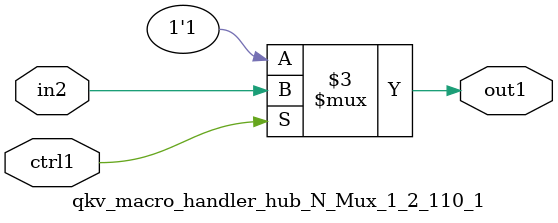
<source format=v>

`timescale 1ps / 1ps


module qkv_macro_handler_hub_N_Mux_1_2_110_1( in2, ctrl1, out1 );

    input in2;
    input ctrl1;
    output out1;
    reg out1;

    
    // rtl_process:qkv_macro_handler_hub_N_Mux_1_2_110_1/qkv_macro_handler_hub_N_Mux_1_2_110_1_thread_1
    always @*
      begin : qkv_macro_handler_hub_N_Mux_1_2_110_1_thread_1
        case (ctrl1) 
          1'b1: 
            begin
              out1 = in2;
            end
          default: 
            begin
              out1 = 1'b1;
            end
        endcase
      end

endmodule


</source>
